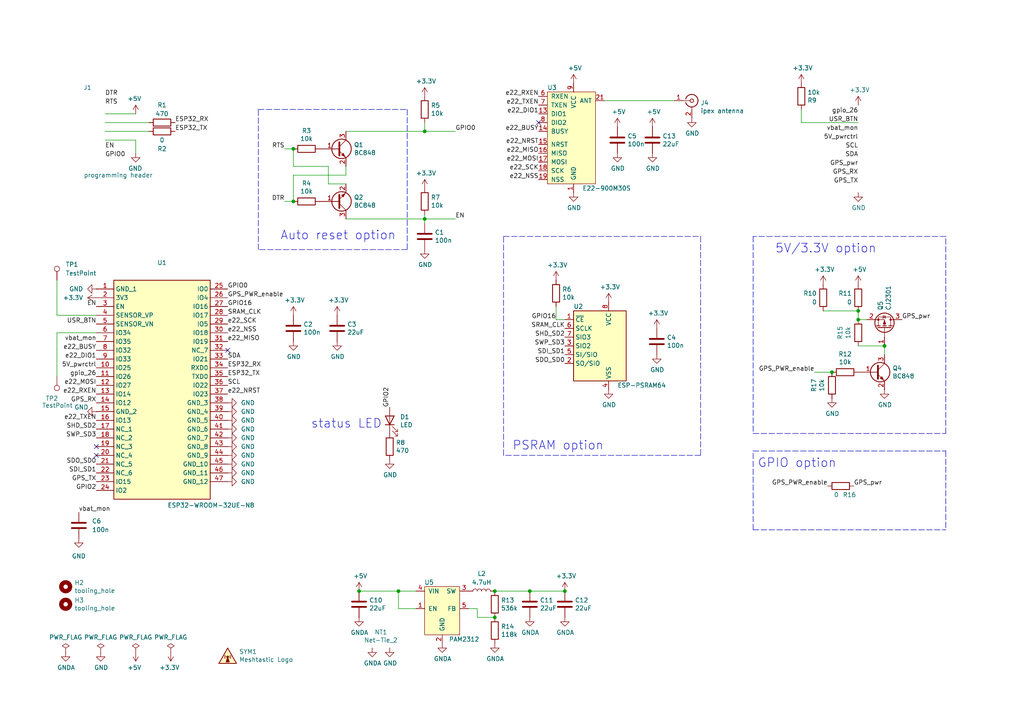
<source format=kicad_sch>
(kicad_sch (version 20231120) (generator "eeschema") (generator_version "8.0")
  (paper "A4")
  (title_block (title "Meshtastic DIY 1W board") (date "2022-01-06") (rev "2.1"))
  (lib_symbols
    (symbol "custom_parts:+3.3V" (power) (pin_numbers hide) (pin_names (offset 0) hide)
      (property "Value" "+3.3V" (at 0 3.556 0))
      (symbol "+3.3V_0_1"
        (polyline (pts (xy -0.762 1.27) (xy 0 2.54)))
        (polyline (pts (xy 0 0) (xy 0 2.54)))
        (polyline (pts (xy 0 2.54) (xy 0.762 1.27)))
      )
      (symbol "+3.3V_1_1"
        (pin power_in line (at 0 0 90) (length 0) (name "~") (number "1"))
      )
    )
    (symbol "custom_parts:+5V" (power) (pin_numbers hide) (pin_names (offset 0) hide)
      (property "Value" "+5V" (at 0 3.556 0))
      (symbol "+5V_0_1"
        (polyline (pts (xy -0.762 1.27) (xy 0 2.54)))
        (polyline (pts (xy 0 0) (xy 0 2.54)))
        (polyline (pts (xy 0 2.54) (xy 0.762 1.27)))
      )
      (symbol "+5V_1_1"
        (pin power_in line (at 0 0 90) (length 0) (name "~") (number "1"))
      )
    )
    (symbol "custom_parts:BC848" (pin_names (offset 0) hide)
      (property "Reference" "Q" (at 5.08 1.905 0))
      (property "Value" "BC848" (at 5.08 0 0))
      (symbol "BC848_0_1"
        (polyline (pts (xy 0.635 0.635) (xy 2.54 2.54)))
        (polyline (pts (xy 0.635 -0.635) (xy 2.54 -2.54) (xy 2.54 -2.54)))
        (polyline (pts (xy 0.635 1.905) (xy 0.635 -1.905) (xy 0.635 -1.905)) (stroke (width 0.508)))
        (polyline (pts (xy 1.27 -1.778) (xy 1.778 -1.27) (xy 2.286 -2.286) (xy 1.27 -1.778) (xy 1.27 -1.778)) (fill (type outline)))
        (circle (center 1.27 0) (radius 2.8194) (stroke (width 0.254)))
      )
      (symbol "BC848_1_1"
        (pin input line (at -5.08 0 0) (length 5.715) (name "B") (number "1"))
        (pin passive line (at 2.54 -5.08 90) (length 2.54) (name "E") (number "2"))
        (pin passive line (at 2.54 5.08 270) (length 2.54) (name "C") (number "3"))
      )
    )
    (symbol "custom_parts:C" (pin_numbers hide) (pin_names (offset 0.254))
      (property "Reference" "C" (at 0.635 2.54 0))
      (property "Value" "C" (at 0.635 -2.54 0))
      (symbol "C_0_1"
        (polyline (pts (xy -2.032 -0.762) (xy 2.032 -0.762)) (stroke (width 0.508)))
        (polyline (pts (xy -2.032 0.762) (xy 2.032 0.762)) (stroke (width 0.508)))
      )
      (symbol "C_1_1"
        (pin passive line (at 0 3.81 270) (length 2.794) (name "~") (number "1"))
        (pin passive line (at 0 -3.81 90) (length 2.794) (name "~") (number "2"))
      )
    )
    (symbol "custom_parts:Conn_Coaxial" (pin_names (offset 1.016) hide)
      (property "Reference" "J" (at 0.254 3.048 0))
      (property "Value" "Conn_Coaxial" (at 2.921 0 90))
      (symbol "Conn_Coaxial_0_1"
        (arc (start -1.778 -0.508) (mid 0.2311 -1.8066) (end 1.778 0) (stroke (width 0.254)))
        (polyline (pts (xy -2.54 0) (xy -0.508 0)))
        (polyline (pts (xy 0 -2.54) (xy 0 -1.778)))
        (circle (center 0 0) (radius 0.508) (stroke (width 0.2032)))
        (arc (start 1.778 0) (mid 0.2099 1.8101) (end -1.778 0.508) (stroke (width 0.254)))
      )
      (symbol "Conn_Coaxial_1_1"
        (pin passive line (at -5.08 0 0) (length 2.54) (name "In") (number "1"))
        (pin passive line (at 0 -5.08 90) (length 2.54) (name "Ext") (number "2"))
      )
    )
    (symbol "custom_parts:E22-900M30S" (pin_names (offset 1.016))
      (property "Reference" "U" (at 5.08 13.97 0))
      (property "Value" "E22-900M30S" (at 5.08 -6.35 90))
      (symbol "E22-900M30S_0_1"
        (rectangle (start -7.62 12.7) (end 6.35 -13.97) (fill (type background)))
      )
      (symbol "E22-900M30S_1_1"
        (pin power_in line (at 0 -16.51 90) (length 2.54) (name "GND") (number "1"))
        (pin power_in line (at 0 15.24 270) (length 2.54) hide (name "VCC") (number "10"))
        (pin power_in line (at 0 -16.51 90) (length 2.54) hide (name "GND") (number "11"))
        (pin power_in line (at 0 -16.51 90) (length 2.54) hide (name "GND") (number "12"))
        (pin bidirectional line (at -10.16 6.35 0) (length 2.54) (name "DIO1") (number "13"))
        (pin output line (at -10.16 1.27 0) (length 2.54) (name "BUSY") (number "14"))
        (pin input line (at -10.16 -2.54 0) (length 2.54) (name "NRST") (number "15"))
        (pin output line (at -10.16 -5.08 0) (length 2.54) (name "MISO") (number "16"))
        (pin input line (at -10.16 -7.62 0) (length 2.54) (name "MOSI") (number "17"))
        (pin input line (at -10.16 -10.16 0) (length 2.54) (name "SCK") (number "18"))
        (pin input line (at -10.16 -12.7 0) (length 2.54) (name "NSS") (number "19"))
        (pin power_in line (at 0 -16.51 90) (length 2.54) hide (name "GND") (number "2"))
        (pin power_in line (at 0 -16.51 90) (length 2.54) hide (name "GND") (number "20"))
        (pin power_out line (at 8.89 10.16 180) (length 2.54) (name "ANT") (number "21"))
        (pin power_in line (at 0 -16.51 90) (length 2.54) hide (name "GND") (number "22"))
        (pin power_in line (at 0 -16.51 90) (length 2.54) hide (name "GND") (number "3"))
        (pin power_in line (at 0 -16.51 90) (length 2.54) hide (name "GND") (number "4"))
        (pin power_in line (at 0 -16.51 90) (length 2.54) hide (name "GND") (number "5"))
        (pin input line (at -10.16 11.43 0) (length 2.54) (name "RXEN") (number "6"))
        (pin input line (at -10.16 8.89 0) (length 2.54) (name "TXEN") (number "7"))
        (pin bidirectional line (at -10.16 3.81 0) (length 2.54) (name "DIO2") (number "8"))
        (pin power_in line (at 0 15.24 270) (length 2.54) (name "VCC") (number "9"))
      )
    )
    (symbol "custom_parts:ESP-PSRAM32"
      (property "Reference" "U" (at 3.81 11.43 0))
      (property "Value" "ESP-PSRAM32" (at -1.27 -11.43 0))
      (symbol "ESP-PSRAM32_0_1"
        (rectangle (start -7.62 10.16) (end 7.62 -10.16) (stroke (width 0.254)) (fill (type background)))
      )
      (symbol "ESP-PSRAM32_1_1"
        (pin input line (at 10.16 7.62 180) (length 2.54) (name "~{CE}") (number "1"))
        (pin output line (at 10.16 -5.08 180) (length 2.54) (name "SO/SIO") (number "2"))
        (pin bidirectional line (at 10.16 0 180) (length 2.54) (name "SIO2") (number "3"))
        (pin power_in line (at -2.54 -12.7 90) (length 2.54) (name "VSS") (number "4"))
        (pin input line (at 10.16 -2.54 180) (length 2.54) (name "SI/SIO") (number "5"))
        (pin output line (at 10.16 5.08 180) (length 2.54) (name "SCLK") (number "6"))
        (pin bidirectional line (at 10.16 2.54 180) (length 2.54) (name "SIO3") (number "7"))
        (pin power_in line (at -2.54 12.7 270) (length 2.54) (name "VCC") (number "8"))
      )
    )
    (symbol "custom_parts:ESP32-WROOM-32UE-N8"
      (property "Reference" "IC" (at 34.29 7.62 0))
      (property "Value" "ESP32-WROOM-32UE-N8" (at 34.29 5.08 0))
      (symbol "ESP32-WROOM-32UE-N8_1_1"
        (rectangle (start 5.08 2.54) (end 33.02 -60.96) (stroke (width 0.254)) (fill (type background)))
        (pin passive line (at 0 0 0) (length 5.08) (name "GND_1") (number "1"))
        (pin passive line (at 0 -22.86 0) (length 5.08) (name "IO25") (number "10"))
        (pin passive line (at 0 -25.4 0) (length 5.08) (name "IO26") (number "11"))
        (pin passive line (at 0 -27.94 0) (length 5.08) (name "IO27") (number "12"))
        (pin passive line (at 0 -30.48 0) (length 5.08) (name "IO14") (number "13"))
        (pin passive line (at 0 -33.02 0) (length 5.08) (name "IO12") (number "14"))
        (pin passive line (at 0 -35.56 0) (length 5.08) (name "GND_2") (number "15"))
        (pin passive line (at 0 -38.1 0) (length 5.08) (name "IO13") (number "16"))
        (pin passive line (at 0 -40.64 0) (length 5.08) (name "NC_1") (number "17"))
        (pin passive line (at 0 -43.18 0) (length 5.08) (name "NC_2") (number "18"))
        (pin passive line (at 0 -45.72 0) (length 5.08) (name "NC_3") (number "19"))
        (pin passive line (at 0 -2.54 0) (length 5.08) (name "3V3") (number "2"))
        (pin passive line (at 0 -48.26 0) (length 5.08) (name "NC_4") (number "20"))
        (pin passive line (at 0 -50.8 0) (length 5.08) (name "NC_5") (number "21"))
        (pin passive line (at 0 -53.34 0) (length 5.08) (name "NC_6") (number "22"))
        (pin passive line (at 0 -55.88 0) (length 5.08) (name "IO15") (number "23"))
        (pin passive line (at 0 -58.42 0) (length 5.08) (name "IO2") (number "24"))
        (pin passive line (at 38.1 0 180) (length 5.08) (name "IO0") (number "25"))
        (pin passive line (at 38.1 -2.54 180) (length 5.08) (name "IO4") (number "26"))
        (pin passive line (at 38.1 -5.08 180) (length 5.08) (name "IO16") (number "27"))
        (pin passive line (at 38.1 -7.62 180) (length 5.08) (name "IO17") (number "28"))
        (pin passive line (at 38.1 -10.16 180) (length 5.08) (name "IO5") (number "29"))
        (pin passive line (at 0 -5.08 0) (length 5.08) (name "EN") (number "3"))
        (pin passive line (at 38.1 -12.7 180) (length 5.08) (name "IO18") (number "30"))
        (pin passive line (at 38.1 -15.24 180) (length 5.08) (name "IO19") (number "31"))
        (pin passive line (at 38.1 -17.78 180) (length 5.08) (name "NC_7") (number "32"))
        (pin passive line (at 38.1 -20.32 180) (length 5.08) (name "IO21") (number "33"))
        (pin passive line (at 38.1 -22.86 180) (length 5.08) (name "RXD0") (number "34"))
        (pin passive line (at 38.1 -25.4 180) (length 5.08) (name "TXD0") (number "35"))
        (pin passive line (at 38.1 -27.94 180) (length 5.08) (name "IO22") (number "36"))
        (pin passive line (at 38.1 -30.48 180) (length 5.08) (name "IO23") (number "37"))
        (pin passive line (at 38.1 -33.02 180) (length 5.08) (name "GND_3") (number "38"))
        (pin passive line (at 38.1 -35.56 180) (length 5.08) (name "GND_4") (number "39"))
        (pin passive line (at 0 -7.62 0) (length 5.08) (name "SENSOR_VP") (number "4"))
        (pin passive line (at 38.1 -38.1 180) (length 5.08) (name "GND_5") (number "40"))
        (pin passive line (at 38.1 -40.64 180) (length 5.08) (name "GND_6") (number "41"))
        (pin passive line (at 38.1 -43.18 180) (length 5.08) (name "GND_7") (number "42"))
        (pin passive line (at 38.1 -45.72 180) (length 5.08) (name "GND_8") (number "43"))
        (pin passive line (at 38.1 -48.26 180) (length 5.08) (name "GND_9") (number "44"))
        (pin passive line (at 38.1 -50.8 180) (length 5.08) (name "GND_10") (number "45"))
        (pin passive line (at 38.1 -53.34 180) (length 5.08) (name "GND_11") (number "46"))
        (pin passive line (at 38.1 -55.88 180) (length 5.08) (name "GND_12") (number "47"))
        (pin passive line (at 0 -10.16 0) (length 5.08) (name "SENSOR_VN") (number "5"))
        (pin passive line (at 0 -12.7 0) (length 5.08) (name "IO34") (number "6"))
        (pin passive line (at 0 -15.24 0) (length 5.08) (name "IO35") (number "7"))
        (pin passive line (at 0 -17.78 0) (length 5.08) (name "IO32") (number "8"))
        (pin passive line (at 0 -20.32 0) (length 5.08) (name "IO33") (number "9"))
      )
    )
    (symbol "custom_parts:GND" (power) (pin_numbers hide) (pin_names (offset 0) hide)
      (property "Value" "GND" (at 0 -3.81 0))
      (symbol "GND_0_1"
        (polyline (pts (xy 0 0) (xy 0 -1.27) (xy 1.27 -1.27) (xy 0 -2.54) (xy -1.27 -1.27) (xy 0 -1.27)))
      )
      (symbol "GND_1_1"
        (pin power_in line (at 0 0 270) (length 0) (name "~") (number "1"))
      )
    )
    (symbol "custom_parts:GNDA" (power) (pin_numbers hide) (pin_names (offset 0) hide)
      (property "Value" "GNDA" (at 0 -3.81 0))
      (symbol "GNDA_0_1"
        (polyline (pts (xy 0 0) (xy 0 -1.27) (xy 1.27 -1.27) (xy 0 -2.54) (xy -1.27 -1.27) (xy 0 -1.27)))
      )
      (symbol "GNDA_1_1"
        (pin power_in line (at 0 0 270) (length 0) (name "~") (number "1"))
      )
    )
    (symbol "custom_parts:L" (pin_numbers hide) (pin_names (offset 1.016) hide)
      (property "Reference" "L2" (at 5.08 0 90))
      (property "Value" "4.7uH" (at 2.54 0 90))
      (symbol "L_0_1"
        (arc (start 0 -2.54) (mid 0.6323 -1.905) (end 0 -1.27))
        (arc (start 0 -1.27) (mid 0.6323 -0.635) (end 0 0))
        (arc (start 0 0) (mid 0.6323 0.635) (end 0 1.27))
        (arc (start 0 1.27) (mid 0.6323 1.905) (end 0 2.54))
      )
      (symbol "L_1_1"
        (pin passive line (at 0 3.81 270) (length 1.27) (name "1") (number "1"))
        (pin passive line (at 0 -3.81 90) (length 1.27) (name "2") (number "2"))
      )
    )
    (symbol "custom_parts:LED" (pin_numbers hide) (pin_names (offset 1.016) hide)
      (property "Reference" "D" (at 0 2.54 0))
      (property "Value" "LED" (at 0 -2.54 0))
      (symbol "LED_0_1"
        (polyline (pts (xy -1.27 -1.27) (xy -1.27 1.27)) (stroke (width 0.254)))
        (polyline (pts (xy -1.27 0) (xy 1.27 0)))
        (polyline (pts (xy 1.27 -1.27) (xy 1.27 1.27) (xy -1.27 0) (xy 1.27 -1.27)) (stroke (width 0.254)))
        (polyline (pts (xy -3.048 -0.762) (xy -4.572 -2.286) (xy -3.81 -2.286) (xy -4.572 -2.286) (xy -4.572 -1.524)))
        (polyline (pts (xy -1.778 -0.762) (xy -3.302 -2.286) (xy -2.54 -2.286) (xy -3.302 -2.286) (xy -3.302 -1.524)))
      )
      (symbol "LED_1_1"
        (pin passive line (at -3.81 0 0) (length 2.54) (name "K") (number "1"))
        (pin passive line (at 3.81 0 180) (length 2.54) (name "A") (number "2"))
      )
    )
    (symbol "custom_parts:MountingHole" (pin_names (offset 1.016)) (exclude_from_sim yes) (in_bom no)
      (property "Reference" "H" (at 0 5.08 0))
      (property "Value" "MountingHole" (at 0 3.175 0))
      (symbol "MountingHole_0_1"
        (circle (center 0 0) (radius 1.27) (stroke (width 1.27)))
      )
    )
    (symbol "custom_parts:PAM2312" (pin_names (offset 1.016))
      (property "Reference" "U" (at -3.81 12.7 0))
      (property "Value" "PAM2312" (at 6.35 -5.08 0))
      (symbol "PAM2312_0_1"
        (rectangle (start -5.08 10.16) (end 5.08 -3.81) (fill (type background)))
      )
      (symbol "PAM2312_1_1"
        (pin input line (at -7.62 3.81 0) (length 2.54) (name "EN") (number "1"))
        (pin power_in line (at 0 -6.35 90) (length 2.54) (name "GND") (number "2"))
        (pin output line (at 7.62 8.89 180) (length 2.54) (name "SW") (number "3"))
        (pin power_in line (at -7.62 8.89 0) (length 2.54) (name "VIN") (number "4"))
        (pin input line (at 7.62 3.81 180) (length 2.54) (name "FB") (number "5"))
      )
    )
    (symbol "custom_parts:PWR_FLAG" (power) (pin_numbers hide) (pin_names (offset 0) hide)
      (property "Value" "PWR_FLAG" (at 0 3.81 0))
      (symbol "PWR_FLAG_0_0"
        (pin power_out line (at 0 0 90) (length 0) (name "~") (number "1"))
      )
      (symbol "PWR_FLAG_0_1"
        (polyline (pts (xy 0 0) (xy 0 1.27) (xy -1.016 1.905) (xy 0 2.54) (xy 1.016 1.905) (xy 0 1.27)))
      )
    )
    (symbol "custom_parts:Q_PMOS_GSD" (pin_names (offset 0) hide)
      (property "Reference" "Q" (at 5.08 1.27 0))
      (property "Value" "Q_PMOS_GSD" (at 5.08 -1.27 0))
      (symbol "Q_PMOS_GSD_0_1"
        (polyline (pts (xy 0.254 0) (xy -2.54 0)))
        (polyline (pts (xy 0.254 1.905) (xy 0.254 -1.905)) (stroke (width 0.254)))
        (polyline (pts (xy 0.762 -1.27) (xy 0.762 -2.286)) (stroke (width 0.254)))
        (polyline (pts (xy 0.762 0.508) (xy 0.762 -0.508)) (stroke (width 0.254)))
        (polyline (pts (xy 0.762 2.286) (xy 0.762 1.27)) (stroke (width 0.254)))
        (polyline (pts (xy 2.54 2.54) (xy 2.54 1.778)))
        (polyline (pts (xy 2.54 -2.54) (xy 2.54 0) (xy 0.762 0)))
        (polyline (pts (xy 0.762 1.778) (xy 3.302 1.778) (xy 3.302 -1.778) (xy 0.762 -1.778)))
        (polyline (pts (xy 2.286 0) (xy 1.27 0.381) (xy 1.27 -0.381) (xy 2.286 0)) (fill (type outline)))
        (polyline (pts (xy 2.794 -0.508) (xy 2.921 -0.381) (xy 3.683 -0.381) (xy 3.81 -0.254)))
        (polyline (pts (xy 3.302 -0.381) (xy 2.921 0.254) (xy 3.683 0.254) (xy 3.302 -0.381)))
        (circle (center 1.651 0) (radius 2.794) (stroke (width 0.254)))
        (circle (center 2.54 -1.778) (radius 0.254) (fill (type outline)))
        (circle (center 2.54 1.778) (radius 0.254) (fill (type outline)))
      )
      (symbol "Q_PMOS_GSD_1_1"
        (pin input line (at -5.08 0 0) (length 2.54) (name "G") (number "1"))
        (pin passive line (at 2.54 -5.08 90) (length 2.54) (name "S") (number "2"))
        (pin passive line (at 2.54 5.08 270) (length 2.54) (name "D") (number "3"))
      )
    )
    (symbol "custom_parts:R" (pin_numbers hide) (pin_names (offset 0))
      (property "Reference" "R" (at 2.032 0 90))
      (property "Value" "R" (at 0 0 90))
      (symbol "R_0_1"
        (rectangle (start -1.016 -2.54) (end 1.016 2.54) (stroke (width 0.254)))
      )
      (symbol "R_1_1"
        (pin passive line (at 0 3.81 270) (length 1.27) (name "~") (number "1"))
        (pin passive line (at 0 -3.81 90) (length 1.27) (name "~") (number "2"))
      )
    )
    (symbol "custom_parts:SYM_Radio_Waves_Small" (in_bom no) (on_board no)
      (symbol "SYM_Radio_Waves_Small_0_1"
        (arc (start -0.762 0.508) (mid -0.9158 0) (end -0.762 -0.508))
        (arc (start -0.508 0.254) (mid -0.568 0) (end -0.508 -0.254))
        (polyline (pts (xy -2.54 -1.905) (xy 2.54 -1.905) (xy 0 2.54) (xy -2.54 -1.905)) (stroke (width 0.254)) (fill (type background)))
        (polyline (pts (xy -0.508 -1.524) (xy 0.508 -1.524) (xy 0 0) (xy -0.508 -1.524)) (fill (type outline)))
        (circle (center 0 0) (radius 0.254) (fill (type outline)))
        (arc (start 0.508 -0.254) (mid 0.568 0) (end 0.508 0.254))
        (arc (start 0.762 -0.508) (mid 0.9158 0) (end 0.762 0.508))
      )
    )
    (symbol "custom_parts:TestPoint" (pin_numbers hide) (pin_names (offset 0.762) hide)
      (property "Reference" "TP" (at 0 6.858 0))
      (property "Value" "TestPoint" (at 0 5.08 0))
      (symbol "TestPoint_0_1"
        (circle (center 0 3.302) (radius 0.762))
      )
      (symbol "TestPoint_1_1"
        (pin passive line (at 0 0 90) (length 2.54) (name "1") (number "1"))
      )
    )
  )
  (junction (at 115.57 171.45))
  (junction (at 163.83 171.45))
  (junction (at 143.51 179.07))
  (junction (at 256.54 100.33))
  (junction (at 85.09 58.42))
  (junction (at 123.19 63.5))
  (junction (at 153.67 171.45))
  (junction (at 85.09 43.18))
  (junction (at 248.92 90.17))
  (junction (at 123.19 38.1))
  (junction (at 248.92 92.71))
  (junction (at 143.51 171.45))
  (junction (at 241.3 107.95))
  (junction (at 104.14 171.45))
  (no_connect (at 27.94 132.08))
  (no_connect (at 27.94 129.54))
  (no_connect (at 156.21 35.56))
  (no_connect (at 66.04 101.6))
  (wire (pts (xy 132.08 38.1) (xy 123.19 38.1)))
  (polyline (pts (xy 203.2 132.08) (xy 146.05 132.08)) (stroke (width 0) (type dash)))
  (wire (pts (xy 248.92 35.56) (xy 232.41 35.56)))
  (polyline (pts (xy 218.44 130.81) (xy 274.32 130.81)) (stroke (width 0) (type dash)))
  (wire (pts (xy 123.19 63.5) (xy 132.08 63.5)))
  (wire (pts (xy 82.55 58.42) (xy 85.09 58.42)))
  (wire (pts (xy 236.22 107.95) (xy 241.3 107.95)))
  (wire (pts (xy 16.51 96.52) (xy 16.51 109.22)))
  (polyline (pts (xy 203.2 68.58) (xy 203.2 132.08)) (stroke (width 0) (type dash)))
  (wire (pts (xy 16.51 81.28) (xy 16.51 91.44)))
  (polyline (pts (xy 274.32 68.58) (xy 218.44 68.58)) (stroke (width 0) (type dash)))
  (wire (pts (xy 82.55 43.18) (xy 85.09 43.18)))
  (wire (pts (xy 138.43 176.53) (xy 138.43 179.07)))
  (wire (pts (xy 85.09 50.8) (xy 85.09 58.42)))
  (wire (pts (xy 123.19 62.23) (xy 123.19 63.5)))
  (wire (pts (xy 85.09 48.26) (xy 95.25 48.26)))
  (wire (pts (xy 95.25 48.26) (xy 95.25 53.34)))
  (wire (pts (xy 248.92 100.33) (xy 256.54 100.33)))
  (polyline (pts (xy 146.05 132.08) (xy 146.05 68.58)) (stroke (width 0) (type dash)))
  (wire (pts (xy 85.09 43.18) (xy 85.09 48.26)))
  (wire (pts (xy 30.48 38.1) (xy 43.18 38.1)))
  (wire (pts (xy 153.67 171.45) (xy 163.83 171.45)))
  (wire (pts (xy 115.57 176.53) (xy 115.57 171.45)))
  (wire (pts (xy 100.33 48.26) (xy 100.33 50.8)))
  (wire (pts (xy 85.09 50.8) (xy 100.33 50.8)))
  (wire (pts (xy 39.37 40.64) (xy 30.48 40.64)))
  (wire (pts (xy 115.57 171.45) (xy 120.65 171.45)))
  (wire (pts (xy 232.41 31.75) (xy 232.41 35.56)))
  (wire (pts (xy 238.76 90.17) (xy 248.92 90.17)))
  (wire (pts (xy 161.29 88.9) (xy 161.29 92.71)))
  (wire (pts (xy 123.19 38.1) (xy 123.19 35.56)))
  (wire (pts (xy 100.33 38.1) (xy 123.19 38.1)))
  (wire (pts (xy 175.26 29.21) (xy 195.58 29.21)))
  (wire (pts (xy 27.94 96.52) (xy 16.51 96.52)))
  (polyline (pts (xy 218.44 68.58) (xy 218.44 125.73)) (stroke (width 0) (type dash)))
  (wire (pts (xy 120.65 176.53) (xy 115.57 176.53)))
  (wire (pts (xy 256.54 100.33) (xy 256.54 102.87)))
  (wire (pts (xy 30.48 35.56) (xy 43.18 35.56)))
  (wire (pts (xy 104.14 171.45) (xy 115.57 171.45)))
  (polyline (pts (xy 74.93 72.39) (xy 74.93 31.75)) (stroke (width 0) (type dash)))
  (polyline (pts (xy 218.44 125.73) (xy 274.32 125.73)) (stroke (width 0) (type dash)))
  (wire (pts (xy 143.51 171.45) (xy 153.67 171.45)))
  (wire (pts (xy 95.25 53.34) (xy 100.33 53.34)))
  (polyline (pts (xy 274.32 130.81) (xy 274.32 153.67)) (stroke (width 0) (type dash)))
  (wire (pts (xy 39.37 33.02) (xy 30.48 33.02)))
  (wire (pts (xy 100.33 63.5) (xy 123.19 63.5)))
  (wire (pts (xy 163.83 92.71) (xy 161.29 92.71)))
  (polyline (pts (xy 146.05 68.58) (xy 203.2 68.58)) (stroke (width 0) (type dash)))
  (wire (pts (xy 39.37 44.45) (xy 39.37 40.64)))
  (wire (pts (xy 138.43 179.07) (xy 143.51 179.07)))
  (wire (pts (xy 123.19 63.5) (xy 123.19 64.77)))
  (polyline (pts (xy 218.44 153.67) (xy 274.32 153.67)) (stroke (width 0) (type dash)))
  (wire (pts (xy 135.89 176.53) (xy 138.43 176.53)))
  (polyline (pts (xy 274.32 125.73) (xy 274.32 68.58)) (stroke (width 0) (type dash)))
  (polyline (pts (xy 118.11 31.75) (xy 118.11 72.39)) (stroke (width 0) (type dash)))
  (polyline (pts (xy 218.44 153.67) (xy 218.44 130.81)) (stroke (width 0) (type dash)))
  (wire (pts (xy 248.92 92.71) (xy 251.46 92.71)))
  (wire (pts (xy 248.92 90.17) (xy 248.92 92.71)))
  (polyline (pts (xy 74.93 31.75) (xy 118.11 31.75)) (stroke (width 0) (type dash)))
  (polyline (pts (xy 118.11 72.39) (xy 74.93 72.39)) (stroke (width 0) (type dash)))
  (wire (pts (xy 27.94 91.44) (xy 16.51 91.44)))
  (text "GPIO option" (at 219.71 135.89 0) (effects (font (size 2.54 2.54)) (justify left bottom)))
  (text "PSRAM option" (at 148.59 130.81 0) (effects (font (size 2.54 2.54)) (justify left bottom)))
  (text "Auto reset option" (at 81.28 69.85 0) (effects (font (size 2.54 2.54)) (justify left bottom)))
  (text "5V/3.3V option" (at 224.79 73.66 0) (effects (font (size 2.54 2.54)) (justify left bottom)))
  (text "status LED\n" (at 90.17 124.46 0) (effects (font (size 2.54 2.54)) (justify left bottom)))
  (label "GPS_RX" (at 248.92 50.8 180))
  (label "e22_RXEN" (at 156.21 27.94 180))
  (label "GPS_TX" (at 248.92 53.34 180))
  (label "GPS_PWR_enable" (at 240.03 140.97 180))
  (label "SHD_SD2" (at 27.94 124.46 180))
  (label "e22_NRST" (at 156.21 41.91 180))
  (label "gpio_26" (at 248.92 33.02 180))
  (label "e22_TXEN" (at 156.21 30.48 180))
  (label "e22_BUSY" (at 156.21 38.1 180))
  (label "e22_MISO" (at 156.21 44.45 180))
  (label "5V_pwrctrl" (at 27.94 106.68 180))
  (label "SDI_SD1" (at 163.83 102.87 180))
  (label "e22_NSS" (at 66.04 96.52 0))
  (label "SDO_SD0" (at 163.83 105.41 180))
  (label "e22_MOSI" (at 27.94 111.76 180))
  (label "GPS_PWR_enable" (at 66.04 86.36 0))
  (label "GPIO2" (at 27.94 142.24 180))
  (label "GPS_PWR_enable" (at 236.22 107.95 180))
  (label "vbat_mon" (at 27.94 99.06 180))
  (label "SCL" (at 66.04 111.76 0))
  (label "GPIO16" (at 161.29 92.71 180))
  (label "GPIO0" (at 66.04 83.82 0))
  (label "vbat_mon" (at 248.92 38.1 180))
  (label "e22_SCK" (at 66.04 93.98 0))
  (label "ESP32_RX" (at 50.8 35.56 0))
  (label "e22_NSS" (at 156.21 52.07 180))
  (label "GPS_TX" (at 27.94 139.7 180))
  (label "e22_DIO1" (at 156.21 33.02 180))
  (label "EN" (at 30.48 43.18 0))
  (label "ESP32_RX" (at 66.04 106.68 0))
  (label "ESP32_TX" (at 66.04 109.22 0))
  (label "e22_MISO" (at 66.04 99.06 0))
  (label "GPIO2" (at 113.03 118.11 90))
  (label "SDO_SD0" (at 27.94 134.62 180))
  (label "USR_BTN" (at 27.94 93.98 180))
  (label "SDI_SD1" (at 27.94 137.16 180))
  (label "RTS" (at 82.55 43.18 180))
  (label "GPIO16" (at 66.04 88.9 0))
  (label "EN" (at 132.08 63.5 0))
  (label "SDA" (at 66.04 104.14 0))
  (label "e22_BUSY" (at 27.94 101.6 180))
  (label "SHD_SD2" (at 163.83 97.79 180))
  (label "GPS_pwr" (at 248.92 48.26 180))
  (label "5V_pwrctrl" (at 248.92 40.64 180))
  (label "SWP_SD3" (at 27.94 127 180))
  (label "e22_NRST" (at 66.04 114.3 0))
  (label "SDA" (at 248.92 45.72 180))
  (label "RTS" (at 30.48 30.48 0))
  (label "GPS_pwr" (at 247.65 140.97 0))
  (label "e22_SCK" (at 156.21 49.53 180))
  (label "GPIO0" (at 132.08 38.1 0))
  (label "e22_MOSI" (at 156.21 46.99 180))
  (label "vbat_mon" (at 22.86 148.59 0))
  (label "DTR" (at 30.48 27.94 0))
  (label "USR_BTN" (at 248.92 35.56 180))
  (label "e22_DIO1" (at 27.94 104.14 180))
  (label "ESP32_TX" (at 50.8 38.1 0))
  (label "gpio_26" (at 27.94 109.22 180))
  (label "SCL" (at 248.92 43.18 180))
  (label "e22_RXEN" (at 27.94 114.3 180))
  (label "e22_TXEN" (at 27.94 121.92 180))
  (label "DTR" (at 82.55 58.42 180))
  (label "GPS_pwr" (at 261.62 92.71 0))
  (label "SRAM_CLK" (at 163.83 95.25 180))
  (label "GPS_RX" (at 27.94 116.84 180))
  (label "GPIO0" (at 30.48 45.72 0))
  (label "SWP_SD3" (at 163.83 100.33 180))
  (label "SRAM_CLK" (at 66.04 91.44 0))
  (label "EN" (at 27.94 88.9 180))
  (symbol (lib_id "custom_parts:ESP-PSRAM32") (at 173.99 100.33 0) (mirror y) (unit 1)
    (property "Reference" "U2" (at 166.37 88.9 0) (effects (justify right)))
    (property "Value" "ESP-PSRAM64" (at 179.07 111.76 0) (effects (justify right)))
    (property "Footprint" "Package_SO:SOIC-8_3.9x4.9mm_P1.27mm" (effects (hide yes)))
    (property "LCSC#" "C261881" (effects (hide yes)))
    (property "Config" "-core,-autoprog" (effects (hide yes)))
  )
  (symbol (lib_id "custom_parts:R") (at 161.29 85.09 180) (unit 1)
    (property "Reference" "R6" (at 163.068 83.9216 0) (effects (justify right)))
    (property "Value" "10k" (at 163.068 86.233 0) (effects (justify right)))
    (property "Footprint" "Resistor_SMD:R_0603_1608Metric" (effects (hide yes)))
    (property "LCSC#" "C98220" (effects (hide yes)))
    (property "Config" "-core,-autoprog" (effects (hide yes)))
  )
  (symbol (lib_id "custom_parts:+3.3V") (at 161.29 81.28 0) (unit 1)
    (property "Reference" "#PWR05" (effects (hide yes)))
    (property "Value" "+3.3V" (at 161.671 76.8858 0))
  )
  (symbol (lib_id "custom_parts:+3.3V") (at 176.53 87.63 0) (unit 1)
    (property "Reference" "#PWR08" (effects (hide yes)))
    (property "Value" "+3.3V" (at 176.911 83.2358 0))
  )
  (symbol (lib_id "custom_parts:GND") (at 176.53 113.03 0) (unit 1)
    (property "Reference" "#PWR09" (effects (hide yes)))
    (property "Value" "GND" (at 176.657 117.4242 0))
  )
  (symbol (lib_id "custom_parts:GND") (at 166.37 55.88 0) (unit 1)
    (property "Reference" "#PWR014" (effects (hide yes)))
    (property "Value" "GND" (at 166.497 60.2742 0))
  )
  (symbol (lib_id "custom_parts:+5V") (at 166.37 24.13 0) (unit 1)
    (property "Reference" "#PWR013" (effects (hide yes)))
    (property "Value" "+5V" (at 166.751 19.7358 0))
  )
  (symbol (lib_id "custom_parts:E22-900M30S") (at 166.37 39.37 0) (unit 1)
    (property "Reference" "U3" (at 158.75 25.4 0) (effects (justify left)))
    (property "Value" "E22-900M30S" (at 168.91 54.61 0) (effects (justify left)))
    (property "Footprint" "meshtastic-diy 1W:e22-900m30s-handsoldering" (effects (hide yes)))
    (property "Datasheet" "https://www.ebyte.com/en/downpdf.aspx?id=453" (effects (hide yes)))
    (property "LCSC#" "C411294" (effects (hide yes)))
  )
  (symbol (lib_id "custom_parts:BC848") (at 97.79 43.18 0) (unit 1)
    (property "Reference" "Q1" (at 102.6414 42.0116 0) (effects (justify left)))
    (property "Value" "BC848" (at 102.6414 44.323 0) (effects (justify left)))
    (property "Footprint" "Package_TO_SOT_SMD:SOT-23" (effects (hide yes)))
    (property "Datasheet" "http://www.infineon.com/dgdl/Infineon-BC847SERIES_BC848SERIES_BC849SERIES_BC850SERIES-DS-v01_01-en.pdf?fileId=db3a304314dca389011541d4630a1657" (effects (hide yes)))
    (property "LCSC#" "C8577" (effects (hide yes)))
    (property "Config" "-core,-psram" (effects (hide yes)))
  )
  (symbol (lib_id "custom_parts:BC848") (at 97.79 58.42 0) (mirror x) (unit 1)
    (property "Reference" "Q2" (at 102.6414 57.2516 0) (effects (justify left)))
    (property "Value" "BC848" (at 102.6414 59.563 0) (effects (justify left)))
    (property "Footprint" "Package_TO_SOT_SMD:SOT-23" (effects (hide yes)))
    (property "Datasheet" "http://www.infineon.com/dgdl/Infineon-BC847SERIES_BC848SERIES_BC849SERIES_BC850SERIES-DS-v01_01-en.pdf?fileId=db3a304314dca389011541d4630a1657" (effects (hide yes)))
    (property "LCSC#" "C8577" (effects (hide yes)))
    (property "Config" "-core,-psram" (effects (hide yes)))
  )
  (symbol (lib_id "custom_parts:R") (at 88.9 43.18 90) (unit 1)
    (property "Reference" "R3" (at 88.9 37.9222 90))
    (property "Value" "10k" (at 88.9 40.2336 90))
    (property "Footprint" "Resistor_SMD:R_0603_1608Metric" (effects (hide yes)))
    (property "LCSC#" "C98220" (effects (hide yes)))
    (property "Config" "-core,-psram" (effects (hide yes)))
  )
  (symbol (lib_id "custom_parts:R") (at 88.9 58.42 90) (unit 1)
    (property "Reference" "R4" (at 88.9 53.1622 90))
    (property "Value" "10k" (at 88.9 55.4736 90))
    (property "Footprint" "Resistor_SMD:R_0603_1608Metric" (effects (hide yes)))
    (property "LCSC#" "C98220" (effects (hide yes)))
    (property "Config" "-core,-psram" (effects (hide yes)))
  )
  (symbol (lib_id "custom_parts:R") (at 123.19 31.75 180) (unit 1)
    (property "Reference" "R5" (at 124.968 30.5816 0) (effects (justify right)))
    (property "Value" "10k" (at 124.968 32.893 0) (effects (justify right)))
    (property "Footprint" "Resistor_SMD:R_0603_1608Metric" (effects (hide yes)))
    (property "LCSC#" "C98220" (effects (hide yes)))
  )
  (symbol (lib_id "custom_parts:+3.3V") (at 123.19 27.94 0) (unit 1)
    (property "Reference" "#PWR04" (effects (hide yes)))
    (property "Value" "+3.3V" (at 123.571 23.5458 0))
  )
  (symbol (lib_id "custom_parts:R") (at 123.19 58.42 0) (mirror y) (unit 1)
    (property "Reference" "R7" (at 124.968 57.2516 0) (effects (justify right)))
    (property "Value" "10k" (at 124.968 59.563 0) (effects (justify right)))
    (property "Footprint" "Resistor_SMD:R_0603_1608Metric" (effects (hide yes)))
    (property "LCSC#" "C98220" (effects (hide yes)))
  )
  (symbol (lib_id "custom_parts:C") (at 123.19 68.58 0) (unit 1)
    (property "Reference" "C1" (at 126.111 67.4116 0) (effects (justify left)))
    (property "Value" "100n" (at 126.111 69.723 0) (effects (justify left)))
    (property "Footprint" "Capacitor_SMD:C_0603_1608Metric" (effects (hide yes)))
    (property "LCSC#" "C519438" (effects (hide yes)))
  )
  (symbol (lib_id "custom_parts:+3.3V") (at 123.19 54.61 0) (unit 1)
    (property "Reference" "#PWR06" (effects (hide yes)))
    (property "Value" "+3.3V" (at 123.571 50.2158 0))
  )
  (symbol (lib_id "custom_parts:R") (at 113.03 129.54 0) (unit 1)
    (property "Reference" "R8" (at 114.808 128.3716 0) (effects (justify left)))
    (property "Value" "470" (at 114.808 130.683 0) (effects (justify left)))
    (property "Footprint" "Resistor_SMD:R_0603_1608Metric" (effects (hide yes)))
    (property "LCSC#" "C23179" (effects (hide yes)))
  )
  (symbol (lib_id "custom_parts:GND") (at 113.03 133.35 0) (unit 1)
    (property "Reference" "#PWR010" (effects (hide yes)))
    (property "Value" "GND" (at 113.157 137.7442 0))
  )
  (symbol (lib_id "custom_parts:LED") (at 113.03 121.92 90) (unit 1)
    (property "Reference" "D1" (at 116.0272 120.9294 90) (effects (justify right)))
    (property "Value" "LED" (at 116.0272 123.2408 90) (effects (justify right)))
    (property "Footprint" "LED_SMD:LED_0603_1608Metric" (effects (hide yes)))
    (property "LCSC#" "C434421" (effects (hide yes)))
  )
  (symbol (lib_id "custom_parts:R") (at 46.99 35.56 270) (unit 1)
    (property "Reference" "R1" (at 46.99 30.48 90))
    (property "Value" "470" (at 46.99 33.02 90))
    (property "Footprint" "Resistor_SMD:R_0603_1608Metric" (effects (hide yes)))
    (property "LCSC#" "C23179" (effects (hide yes)))
  )
  (symbol (lib_id "custom_parts:R") (at 46.99 38.1 270) (mirror x) (unit 1)
    (property "Reference" "R2" (at 46.99 43.18 90))
    (property "Value" "0" (at 46.99 40.64 90))
    (property "Footprint" "Resistor_SMD:R_0603_1608Metric" (effects (hide yes)))
    (property "LCSC#" "C15402" (effects (hide yes)))
  )
  (symbol (lib_id "Connector:Conn_01x08_Female") (at 25.4 35.56 0) (mirror y) (unit 1)
    (property "Reference" "J1" (at 25.4 25.4 0))
    (property "Value" "programming header" (at 34.29 50.8 0))
    (property "Footprint" "Connector_PinHeader_2.54mm:PinHeader_1x08_P2.54mm_Vertical" (effects (hide yes)))
  )
  (symbol (lib_id "custom_parts:GND") (at 39.37 44.45 0) (mirror y) (unit 1)
    (property "Reference" "#PWR02" (effects (hide yes)))
    (property "Value" "GND" (at 39.243 48.8442 0))
  )
  (symbol (lib_id "custom_parts:R") (at 232.41 27.94 180) (unit 1)
    (property "Reference" "R9" (at 234.188 29.1084 0) (effects (justify right)))
    (property "Value" "10k" (at 234.188 26.797 0) (effects (justify right)))
    (property "Footprint" "Resistor_SMD:R_0603_1608Metric" (effects (hide yes)))
    (property "LCSC#" "C98220" (effects (hide yes)))
  )
  (symbol (lib_id "custom_parts:+3.3V") (at 232.41 24.13 0) (unit 1)
    (property "Reference" "#PWR012" (effects (hide yes)))
    (property "Value" "+3.3V" (at 232.791 19.7358 0))
  )
  (symbol (lib_id "custom_parts:GND") (at 123.19 72.39 0) (unit 1)
    (property "Reference" "#PWR07" (effects (hide yes)))
    (property "Value" "GND" (at 123.317 76.7842 0))
  )
  (symbol (lib_id "custom_parts:Conn_Coaxial") (at 200.66 29.21 0) (unit 1)
    (property "Reference" "J4" (at 203.2 29.845 0) (effects (justify left)))
    (property "Value" "ipex antenna" (at 203.2 32.1564 0) (effects (justify left)))
    (property "Footprint" "meshtastic-diy 1W:U.FL_Molex_MCRF_73412-0110_horizontal" (effects (hide yes)))
    (property "Datasheet" " ~" (effects (hide yes)))
    (property "LCSC#" " C882052" (effects (hide yes)))
  )
  (symbol (lib_id "custom_parts:C") (at 85.09 95.25 0) (unit 1)
    (property "Reference" "C2" (at 88.011 94.0816 0) (effects (justify left)))
    (property "Value" "100n" (at 88.011 96.393 0) (effects (justify left)))
    (property "Footprint" "Capacitor_SMD:C_0603_1608Metric" (effects (hide yes)))
    (property "LCSC#" "C519438" (effects (hide yes)))
  )
  (symbol (lib_id "custom_parts:GND") (at 200.66 34.29 0) (unit 1)
    (property "Reference" "#PWR019" (effects (hide yes)))
    (property "Value" "GND" (at 200.787 38.6842 0))
  )
  (symbol (lib_id "custom_parts:GND") (at 85.09 99.06 0) (unit 1)
    (property "Reference" "#PWR021" (effects (hide yes)))
    (property "Value" "GND" (at 85.217 103.4542 0))
  )
  (symbol (lib_id "custom_parts:+3.3V") (at 85.09 91.44 0) (unit 1)
    (property "Reference" "#PWR020" (effects (hide yes)))
    (property "Value" "+3.3V" (at 85.471 87.0458 0))
  )
  (symbol (lib_id "custom_parts:GND") (at 97.79 99.06 0) (unit 1)
    (property "Reference" "#PWR023" (effects (hide yes)))
    (property "Value" "GND" (at 97.917 103.4542 0))
  )
  (symbol (lib_id "custom_parts:+3.3V") (at 97.79 91.44 0) (unit 1)
    (property "Reference" "#PWR022" (effects (hide yes)))
    (property "Value" "+3.3V" (at 98.171 87.0458 0))
  )
  (symbol (lib_id "custom_parts:C") (at 190.5 99.06 0) (unit 1)
    (property "Reference" "C4" (at 193.421 97.8916 0) (effects (justify left)))
    (property "Value" "100n" (at 193.421 100.203 0) (effects (justify left)))
    (property "Footprint" "Capacitor_SMD:C_0603_1608Metric" (effects (hide yes)))
    (property "LCSC#" "C519438" (effects (hide yes)))
  )
  (symbol (lib_id "custom_parts:GND") (at 190.5 102.87 0) (unit 1)
    (property "Reference" "#PWR025" (effects (hide yes)))
    (property "Value" "GND" (at 190.627 107.2642 0))
  )
  (symbol (lib_id "custom_parts:+3.3V") (at 190.5 95.25 0) (unit 1)
    (property "Reference" "#PWR024" (effects (hide yes)))
    (property "Value" "+3.3V" (at 190.881 90.8558 0))
  )
  (symbol (lib_id "custom_parts:C") (at 179.07 40.64 0) (unit 1)
    (property "Reference" "C5" (at 181.991 39.4716 0) (effects (justify left)))
    (property "Value" "100n" (at 181.991 41.783 0) (effects (justify left)))
    (property "Footprint" "Capacitor_SMD:C_0603_1608Metric" (effects (hide yes)))
    (property "LCSC#" "C519438" (effects (hide yes)))
  )
  (symbol (lib_id "custom_parts:GND") (at 179.07 44.45 0) (unit 1)
    (property "Reference" "#PWR027" (effects (hide yes)))
    (property "Value" "GND" (at 179.197 48.8442 0))
  )
  (symbol (lib_id "custom_parts:GNDA") (at 128.27 186.69 0) (unit 1)
    (property "Reference" "#PWR030" (effects (hide yes)))
    (property "Value" "GNDA" (at 128.397 191.0842 0))
  )
  (symbol (lib_id "custom_parts:GNDA") (at 143.51 186.69 0) (unit 1)
    (property "Reference" "#PWR031" (effects (hide yes)))
    (property "Value" "GNDA" (at 143.637 191.0842 0))
  )
  (symbol (lib_id "custom_parts:GNDA") (at 153.67 179.07 0) (unit 1)
    (property "Reference" "#PWR032" (effects (hide yes)))
    (property "Value" "GNDA" (at 153.797 183.4642 0))
  )
  (symbol (lib_id "custom_parts:GNDA") (at 163.83 179.07 0) (unit 1)
    (property "Reference" "#PWR033" (effects (hide yes)))
    (property "Value" "GNDA" (at 163.957 183.4642 0))
  )
  (symbol (lib_id "custom_parts:GNDA") (at 104.14 179.07 0) (unit 1)
    (property "Reference" "#PWR01" (effects (hide yes)))
    (property "Value" "GNDA" (at 104.267 183.4642 0))
  )
  (symbol (lib_id "custom_parts:GNDA") (at 107.95 187.96 0) (unit 1)
    (property "Reference" "#PWR028" (effects (hide yes)))
    (property "Value" "GNDA" (at 108.077 192.3542 0))
  )
  (symbol (lib_id "custom_parts:GND") (at 113.03 187.96 0) (unit 1)
    (property "Reference" "#PWR029" (effects (hide yes)))
    (property "Value" "GND" (at 113.157 192.3542 0))
  )
  (symbol (lib_id "Device:Net-Tie_2") (at 110.49 187.96 0) (unit 1)
    (property "Reference" "NT1" (at 110.49 183.3626 0))
    (property "Value" "Net-Tie_2" (at 110.49 185.674 0))
    (property "Footprint" "NetTie:NetTie-2_SMD_Pad0.5mm" (effects (hide yes)))
  )
  (symbol (lib_id "custom_parts:+3.3V") (at 163.83 171.45 0) (unit 1)
    (property "Reference" "#PWR026" (effects (hide yes)))
    (property "Value" "+3.3V" (at 164.211 167.0558 0))
  )
  (symbol (lib_id "Connector:Conn_01x11_Female") (at 254 43.18 0) (unit 1)
    (property "Reference" "J2" (at 254.7112 42.5196 0) (effects (justify left)))
    (property "Value" "oled/gps/external HW" (at 254.7112 44.831 0) (effects (justify left)))
    (property "Footprint" "Connector_PinHeader_2.54mm:PinHeader_1x11_P2.54mm_Vertical" (effects (hide yes)))
  )
  (symbol (lib_id "custom_parts:L") (at 139.7 171.45 90) (unit 1)
    (property "Reference" "L2" (at 139.7 166.37 90))
    (property "Value" "4.7uH" (at 139.7 168.91 90))
    (property "Footprint" "Inductor_SMD:L_Chilisin_BMRA00040420" (effects (hide yes)))
    (property "LCSC#" "C136097" (effects (hide yes)))
  )
  (symbol (lib_id "custom_parts:PAM2312") (at 128.27 180.34 0) (unit 1)
    (property "Reference" "U5" (at 124.46 168.91 0))
    (property "Value" "PAM2312" (at 134.62 185.42 0))
    (property "Footprint" "Package_TO_SOT_SMD:SOT-23-5" (effects (hide yes)))
    (property "LCSC#" " C157537" (effects (hide yes)))
  )
  (symbol (lib_id "custom_parts:R") (at 143.51 175.26 0) (unit 1)
    (property "Reference" "R13" (at 145.288 174.0916 0) (effects (justify left)))
    (property "Value" "536k" (at 145.288 176.403 0) (effects (justify left)))
    (property "Footprint" "Resistor_SMD:R_0603_1608Metric" (effects (hide yes)))
    (property "LCSC#" "C227955" (effects (hide yes)))
  )
  (symbol (lib_id "custom_parts:R") (at 143.51 182.88 0) (unit 1)
    (property "Reference" "R14" (at 145.288 181.7116 0) (effects (justify left)))
    (property "Value" "118k" (at 145.288 184.023 0) (effects (justify left)))
    (property "Footprint" "Resistor_SMD:R_0603_1608Metric" (effects (hide yes)))
    (property "LCSC#" "C137804" (effects (hide yes)))
  )
  (symbol (lib_id "custom_parts:C") (at 153.67 175.26 0) (unit 1)
    (property "Reference" "C11" (at 156.591 174.0916 0) (effects (justify left)))
    (property "Value" "22uF" (at 156.591 176.403 0) (effects (justify left)))
    (property "Footprint" "Capacitor_SMD:C_0603_1608Metric" (effects (hide yes)))
    (property "LCSC#" "C86295 " (effects (hide yes)))
  )
  (symbol (lib_id "custom_parts:C") (at 163.83 175.26 0) (unit 1)
    (property "Reference" "C12" (at 166.751 174.0916 0) (effects (justify left)))
    (property "Value" "22uF" (at 166.751 176.403 0) (effects (justify left)))
    (property "Footprint" "Capacitor_SMD:C_0603_1608Metric" (effects (hide yes)))
    (property "LCSC#" "C86295 " (effects (hide yes)))
  )
  (symbol (lib_id "custom_parts:+3.3V") (at 248.92 30.48 0) (unit 1)
    (property "Reference" "#PWR0112" (effects (hide yes)))
    (property "Value" "+3.3V" (at 249.301 26.0858 0))
  )
  (symbol (lib_id "custom_parts:+5V") (at 104.14 171.45 0) (unit 1)
    (property "Reference" "#PWR0115" (effects (hide yes)))
    (property "Value" "+5V" (at 104.521 167.0558 0))
  )
  (symbol (lib_id "custom_parts:C") (at 104.14 175.26 0) (unit 1)
    (property "Reference" "C10" (at 107.061 174.0916 0) (effects (justify left)))
    (property "Value" "22uF" (at 107.061 176.403 0) (effects (justify left)))
    (property "Footprint" "Capacitor_SMD:C_0603_1608Metric" (effects (hide yes)))
    (property "LCSC#" "C86295 " (effects (hide yes)))
  )
  (symbol (lib_id "custom_parts:GND") (at 248.92 55.88 0) (unit 1)
    (property "Reference" "#PWR0113" (effects (hide yes)))
    (property "Value" "GND" (at 249.047 60.2742 0))
  )
  (symbol (lib_id "custom_parts:C") (at 189.23 40.64 0) (unit 1)
    (property "Reference" "C13" (at 192.151 39.4716 0) (effects (justify left)))
    (property "Value" "22uF" (at 192.151 41.783 0) (effects (justify left)))
    (property "Footprint" "Capacitor_SMD:C_0603_1608Metric" (effects (hide yes)))
    (property "LCSC#" "C86295 " (effects (hide yes)))
  )
  (symbol (lib_id "custom_parts:+5V") (at 179.07 36.83 0) (unit 1)
    (property "Reference" "#PWR034" (effects (hide yes)))
    (property "Value" "+5V" (at 179.451 32.4358 0))
  )
  (symbol (lib_id "custom_parts:+5V") (at 189.23 36.83 0) (unit 1)
    (property "Reference" "#PWR035" (effects (hide yes)))
    (property "Value" "+5V" (at 189.611 32.4358 0))
  )
  (symbol (lib_id "custom_parts:GND") (at 189.23 44.45 0) (unit 1)
    (property "Reference" "#PWR036" (effects (hide yes)))
    (property "Value" "GND" (at 189.357 48.8442 0))
  )
  (symbol (lib_id "custom_parts:C") (at 97.79 95.25 0) (unit 1)
    (property "Reference" "C3" (at 100.711 94.0816 0) (effects (justify left)))
    (property "Value" "22uF" (at 100.711 96.393 0) (effects (justify left)))
    (property "Footprint" "Capacitor_SMD:C_0603_1608Metric" (effects (hide yes)))
    (property "LCSC#" "C86295" (effects (hide yes)))
  )
  (symbol (lib_id "custom_parts:+5V") (at 39.37 33.02 0) (mirror y) (unit 1)
    (property "Reference" "#PWR0102" (effects (hide yes)))
    (property "Value" "+5V" (at 38.989 28.6258 0))
  )
  (symbol (lib_id "custom_parts:+5V") (at 39.37 189.23 180) (unit 1)
    (property "Reference" "#PWR011" (effects (hide yes)))
    (property "Value" "+5V" (at 38.989 193.6242 0))
  )
  (symbol (lib_id "custom_parts:+3.3V") (at 49.53 189.23 180) (unit 1)
    (property "Reference" "#PWR015" (effects (hide yes)))
    (property "Value" "+3.3V" (at 49.149 193.6242 0))
  )
  (symbol (lib_id "custom_parts:PWR_FLAG") (at 49.53 189.23 0) (unit 1)
    (property "Reference" "#FLG0101" (effects (hide yes)))
    (property "Value" "PWR_FLAG" (at 49.53 184.8358 0))
  )
  (symbol (lib_id "custom_parts:PWR_FLAG") (at 39.37 189.23 0) (unit 1)
    (property "Reference" "#FLG0102" (effects (hide yes)))
    (property "Value" "PWR_FLAG" (at 39.37 184.8358 0))
  )
  (symbol (lib_id "custom_parts:GNDA") (at 19.05 189.23 0) (unit 1)
    (property "Reference" "#PWR0103" (effects (hide yes)))
    (property "Value" "GNDA" (at 19.177 193.6242 0))
  )
  (symbol (lib_id "custom_parts:GND") (at 29.21 189.23 0) (unit 1)
    (property "Reference" "#PWR0104" (effects (hide yes)))
    (property "Value" "GND" (at 29.337 193.6242 0))
  )
  (symbol (lib_id "custom_parts:PWR_FLAG") (at 19.05 189.23 0) (unit 1)
    (property "Reference" "#FLG0103" (effects (hide yes)))
    (property "Value" "PWR_FLAG" (at 19.05 184.8358 0))
  )
  (symbol (lib_id "custom_parts:PWR_FLAG") (at 29.21 189.23 0) (unit 1)
    (property "Reference" "#FLG0104" (effects (hide yes)))
    (property "Value" "PWR_FLAG" (at 29.21 184.8358 0))
  )
  (symbol (lib_id "custom_parts:MountingHole") (at 19.05 170.18 0) (unit 1)
    (property "Reference" "H2" (at 21.59 169.0116 0) (effects (justify left)))
    (property "Value" "tooling_hole" (at 21.59 171.323 0) (effects (justify left)))
    (property "Footprint" "meshtastic-diy 1W:jlc_toolinghole" (effects (hide yes)))
  )
  (symbol (lib_id "custom_parts:MountingHole") (at 19.05 175.26 0) (unit 1)
    (property "Reference" "H3" (at 21.59 174.0916 0) (effects (justify left)))
    (property "Value" "tooling_hole" (at 21.59 176.403 0) (effects (justify left)))
    (property "Footprint" "meshtastic-diy 1W:jlc_toolinghole" (effects (hide yes)))
  )
  (symbol (lib_id "custom_parts:SYM_Radio_Waves_Small") (at 66.04 190.5 0) (unit 1)
    (property "Reference" "SYM1" (at 69.342 189.0014 0) (effects (justify left)))
    (property "Value" "Meshtastic Logo" (at 69.342 191.3128 0) (effects (justify left)))
    (property "Footprint" "meshtastic-diy 1W:meshtastic_logo" (effects (hide yes)))
  )
  (symbol (lib_id "custom_parts:Q_PMOS_GSD") (at 256.54 95.25 270) (mirror x) (unit 1)
    (property "Reference" "Q5" (at 255.3716 90.043 0) (effects (justify left)))
    (property "Value" "CJ2301" (at 257.683 90.043 0) (effects (justify left)))
    (property "Footprint" "Package_TO_SOT_SMD:SOT-23" (effects (hide yes)))
    (property "LCSC#" "C8547" (effects (hide yes)))
  )
  (symbol (lib_id "custom_parts:R") (at 245.11 107.95 90) (unit 1)
    (property "Reference" "R12" (at 245.11 102.6922 90))
    (property "Value" "10k" (at 245.11 105.0036 90))
    (property "Footprint" "Resistor_SMD:R_0603_1608Metric" (effects (hide yes)))
    (property "LCSC#" "C98220" (effects (hide yes)))
    (property "Config" "-core,-psram" (effects (hide yes)))
  )
  (symbol (lib_id "custom_parts:R") (at 248.92 96.52 180) (unit 1)
    (property "Reference" "R15" (at 243.6622 96.52 90))
    (property "Value" "10k" (at 245.9736 96.52 90))
    (property "Footprint" "Resistor_SMD:R_0603_1608Metric" (effects (hide yes)))
    (property "LCSC#" "C98220" (effects (hide yes)))
    (property "Config" "-core,-psram" (effects (hide yes)))
  )
  (symbol (lib_id "custom_parts:BC848") (at 254 107.95 0) (unit 1)
    (property "Reference" "Q4" (at 258.8514 106.7816 0) (effects (justify left)))
    (property "Value" "BC848" (at 258.8514 109.093 0) (effects (justify left)))
    (property "Footprint" "Package_TO_SOT_SMD:SOT-23" (effects (hide yes)))
    (property "Datasheet" "http://www.infineon.com/dgdl/Infineon-BC847SERIES_BC848SERIES_BC849SERIES_BC850SERIES-DS-v01_01-en.pdf?fileId=db3a304314dca389011541d4630a1657" (effects (hide yes)))
    (property "LCSC#" "C8577" (effects (hide yes)))
    (property "Config" "-core,-psram" (effects (hide yes)))
  )
  (symbol (lib_id "custom_parts:+5V") (at 248.92 82.55 0) (unit 1)
    (property "Reference" "#PWR0107" (effects (hide yes)))
    (property "Value" "+5V" (at 249.301 78.1558 0))
  )
  (symbol (lib_id "custom_parts:GND") (at 256.54 113.03 0) (unit 1)
    (property "Reference" "#PWR0108" (effects (hide yes)))
    (property "Value" "GND" (at 256.667 117.4242 0))
  )
  (symbol (lib_id "custom_parts:R") (at 243.84 140.97 270) (mirror x) (unit 1)
    (property "Reference" "R16" (at 246.38 143.51 90))
    (property "Value" "0" (at 242.57 143.51 90))
    (property "Footprint" "Resistor_SMD:R_0603_1608Metric" (effects (hide yes)))
    (property "LCSC#" "C15402" (effects (hide yes)))
  )
  (symbol (lib_id "custom_parts:R") (at 238.76 86.36 0) (mirror x) (unit 1)
    (property "Reference" "R10" (at 234.95 85.09 0))
    (property "Value" "0" (at 236.22 87.63 0))
    (property "Footprint" "Resistor_SMD:R_0603_1608Metric" (effects (hide yes)))
    (property "LCSC#" "C15402" (effects (hide yes)))
  )
  (symbol (lib_id "custom_parts:R") (at 248.92 86.36 0) (mirror x) (unit 1)
    (property "Reference" "R11" (at 245.11 85.09 0))
    (property "Value" "0" (at 246.38 87.63 0))
    (property "Footprint" "Resistor_SMD:R_0603_1608Metric" (effects (hide yes)))
    (property "LCSC#" "C15402" (effects (hide yes)))
  )
  (symbol (lib_id "custom_parts:+3.3V") (at 238.76 82.55 0) (unit 1)
    (property "Reference" "#PWR016" (effects (hide yes)))
    (property "Value" "+3.3V" (at 239.141 78.1558 0))
  )
  (symbol (lib_id "custom_parts:R") (at 241.3 111.76 180) (unit 1)
    (property "Reference" "R17" (at 236.0422 111.76 90))
    (property "Value" "10k" (at 238.3536 111.76 90))
    (property "Footprint" "Resistor_SMD:R_0603_1608Metric" (effects (hide yes)))
    (property "LCSC#" "C98220" (effects (hide yes)))
    (property "Config" "-core,-psram" (effects (hide yes)))
  )
  (symbol (lib_id "custom_parts:GND") (at 241.3 115.57 0) (unit 1)
    (property "Reference" "#PWR017" (effects (hide yes)))
    (property "Value" "GND" (at 241.427 119.9642 0))
  )
  (symbol (lib_id "custom_parts:C") (at 22.86 152.4 0) (unit 1)
    (property "Reference" "C6" (at 26.67 151.1299 0) (effects (justify left)))
    (property "Value" "100n" (at 26.67 153.6699 0) (effects (justify left)))
    (property "Footprint" "Capacitor_SMD:C_0603_1608Metric" (effects (hide yes)))
    (property "Description" "Unpolarized capacitor" (effects (hide yes)))
  )
  (symbol (lib_id "custom_parts:ESP32-WROOM-32UE-N8") (at 27.94 83.82 0) (unit 1)
    (property "Reference" "U1" (at 46.99 76.2 0))
    (property "Value" "ESP32-WROOM-32UE-N8" (at 61.214 146.558 0))
    (property "Footprint" "SamacSys_Parts:ESP32WROOM32UEN8" (effects (hide yes)))
    (property "Datasheet" "https://www.espressif.com/sites/default/files/documentation/esp32-wroom-32e_esp32-wroom-32ue_datasheet_en.pdf" (effects (hide yes)))
    (property "Description" "Multiprotocol Modules SMD module ESP32-WROOM-32UE, ESP32-D0WD-V3, ESP32 ECO V3, 8 MB SPI flash, IPEX antenna connector" (effects (hide yes)))
    (property "Height" "3.35" (effects (hide yes)))
    (property "Manufacturer_Name" "Espressif Systems" (effects (hide yes)))
    (property "Manufacturer_Part_Number" "ESP32-WROOM-32UE-N8" (effects (hide yes)))
    (property "Mouser Part Number" "356-ESP32WRM32UE64UH" (effects (hide yes)))
    (property "Mouser Price/Stock" "https://www.mouser.co.uk/ProductDetail/Espressif-Systems/ESP32-WROOM-32UE-N8?qs=Li%252BoUPsLEntX6CSaKZB9vw%3D%3D" (effects (hide yes)))
  )
  (symbol (lib_id "custom_parts:GND") (at 66.04 121.92 90) (unit 1)
    (property "Reference" "#PWR041" (effects (hide yes)))
    (property "Value" "GND" (at 69.85 121.9199 90) (effects (justify right)))
    (property "Description" "Power symbol creates a global label with name \"GND\" , ground" (effects (hide yes)))
  )
  (symbol (lib_id "custom_parts:GND") (at 66.04 119.38 90) (unit 1)
    (property "Reference" "#PWR040" (effects (hide yes)))
    (property "Value" "GND" (at 69.85 119.3799 90) (effects (justify right)))
    (property "Description" "Power symbol creates a global label with name \"GND\" , ground" (effects (hide yes)))
  )
  (symbol (lib_id "custom_parts:GND") (at 66.04 116.84 90) (unit 1)
    (property "Reference" "#PWR039" (effects (hide yes)))
    (property "Value" "GND" (at 69.85 116.8399 90) (effects (justify right)))
    (property "Description" "Power symbol creates a global label with name \"GND\" , ground" (effects (hide yes)))
  )
  (symbol (lib_id "custom_parts:GND") (at 66.04 137.16 90) (unit 1)
    (property "Reference" "#PWR047" (effects (hide yes)))
    (property "Value" "GND" (at 69.85 137.1599 90) (effects (justify right)))
    (property "Description" "Power symbol creates a global label with name \"GND\" , ground" (effects (hide yes)))
  )
  (symbol (lib_id "custom_parts:GND") (at 66.04 124.46 90) (unit 1)
    (property "Reference" "#PWR042" (effects (hide yes)))
    (property "Value" "GND" (at 69.85 124.4599 90) (effects (justify right)))
    (property "Description" "Power symbol creates a global label with name \"GND\" , ground" (effects (hide yes)))
  )
  (symbol (lib_id "custom_parts:GND") (at 66.04 129.54 90) (unit 1)
    (property "Reference" "#PWR044" (effects (hide yes)))
    (property "Value" "GND" (at 69.85 129.5399 90) (effects (justify right)))
    (property "Description" "Power symbol creates a global label with name \"GND\" , ground" (effects (hide yes)))
  )
  (symbol (lib_id "custom_parts:+3.3V") (at 27.94 86.36 90) (unit 1)
    (property "Reference" "#PWR018" (effects (hide yes)))
    (property "Value" "+3.3V" (at 24.13 86.3599 90) (effects (justify left)))
    (property "Description" "Power symbol creates a global label with name \"+3.3V\"" (effects (hide yes)))
  )
  (symbol (lib_id "custom_parts:GND") (at 66.04 132.08 90) (unit 1)
    (property "Reference" "#PWR045" (effects (hide yes)))
    (property "Value" "GND" (at 69.85 132.0799 90) (effects (justify right)))
    (property "Description" "Power symbol creates a global label with name \"GND\" , ground" (effects (hide yes)))
  )
  (symbol (lib_id "custom_parts:TestPoint") (at 16.51 81.28 0) (unit 1)
    (property "Reference" "TP1" (at 19.05 76.7079 0) (effects (justify left)))
    (property "Value" "TestPoint" (at 19.05 79.2479 0) (effects (justify left)))
    (property "Footprint" "TestPoint:TestPoint_Pad_D1.0mm" (effects (hide yes)))
    (property "Description" "test point" (effects (hide yes)))
  )
  (symbol (lib_id "custom_parts:TestPoint") (at 16.51 109.22 180) (unit 1)
    (property "Reference" "TP2" (at 13.208 115.57 0) (effects (justify right)))
    (property "Value" "TestPoint" (at 12.192 117.602 0) (effects (justify right)))
    (property "Footprint" "TestPoint:TestPoint_Pad_D1.0mm" (effects (hide yes)))
    (property "Description" "test point" (effects (hide yes)))
  )
  (symbol (lib_id "custom_parts:GND") (at 66.04 134.62 90) (unit 1)
    (property "Reference" "#PWR046" (effects (hide yes)))
    (property "Value" "GND" (at 69.85 134.6199 90) (effects (justify right)))
    (property "Description" "Power symbol creates a global label with name \"GND\" , ground" (effects (hide yes)))
  )
  (symbol (lib_id "custom_parts:GND") (at 27.94 83.82 270) (unit 1)
    (property "Reference" "#PWR03" (effects (hide yes)))
    (property "Value" "GND" (at 24.13 83.8199 90) (effects (justify right)))
    (property "Description" "Power symbol creates a global label with name \"GND\" , ground" (effects (hide yes)))
  )
  (symbol (lib_id "custom_parts:GND") (at 66.04 127 90) (unit 1)
    (property "Reference" "#PWR043" (effects (hide yes)))
    (property "Value" "GND" (at 69.85 126.9999 90) (effects (justify right)))
    (property "Description" "Power symbol creates a global label with name \"GND\" , ground" (effects (hide yes)))
  )
  (symbol (lib_id "custom_parts:GND") (at 27.94 119.38 270) (unit 1)
    (property "Reference" "#PWR038" (effects (hide yes)))
    (property "Value" "GND" (at 25.654 118.11 90) (effects (justify right)))
    (property "Description" "Power symbol creates a global label with name \"GND\" , ground" (effects (hide yes)))
  )
  (symbol (lib_id "custom_parts:GND") (at 22.86 156.21 0) (unit 1)
    (property "Reference" "#PWR037" (effects (hide yes)))
    (property "Value" "GND" (at 22.86 161.29 0))
    (property "Description" "Power symbol creates a global label with name \"GND\" , ground" (effects (hide yes)))
  )
  (symbol (lib_id "custom_parts:GND") (at 66.04 139.7 90) (unit 1)
    (property "Reference" "#PWR048" (effects (hide yes)))
    (property "Value" "GND" (at 69.85 139.6999 90) (effects (justify right)))
    (property "Description" "Power symbol creates a global label with name \"GND\" , ground" (effects (hide yes)))
  )
)
</source>
